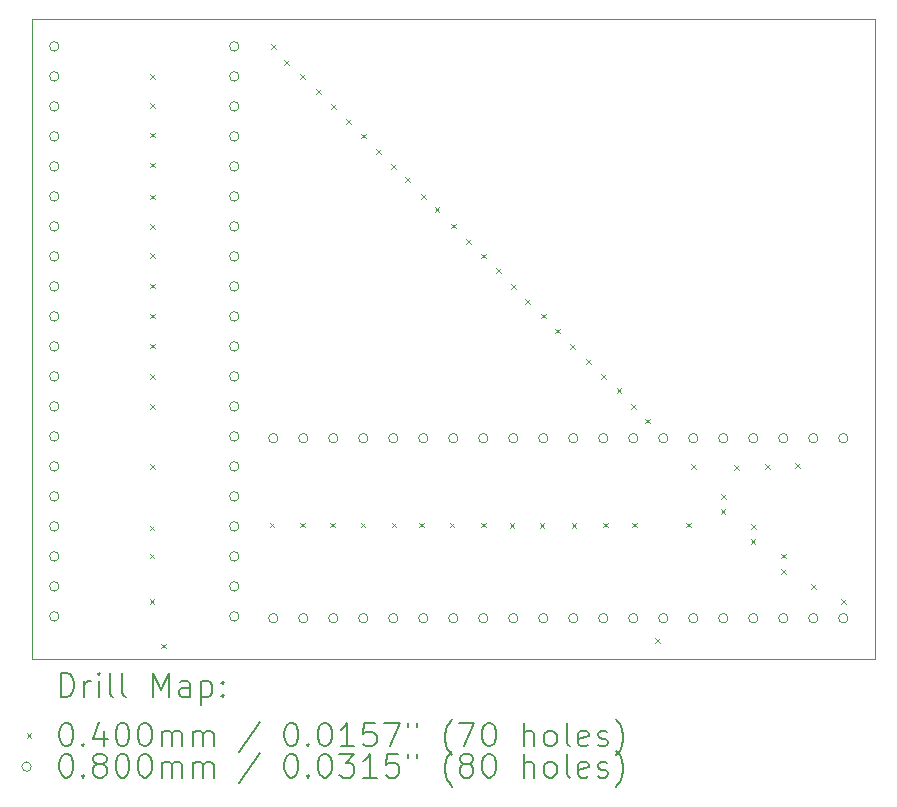
<source format=gbr>
%TF.GenerationSoftware,KiCad,Pcbnew,7.0.1-0*%
%TF.CreationDate,2023-11-21T08:43:11-06:00*%
%TF.ProjectId,kawari_twist,7669635f-7477-4697-9374-65722e6b6963,rev?*%
%TF.SameCoordinates,Original*%
%TF.FileFunction,Drillmap*%
%TF.FilePolarity,Positive*%
%FSLAX45Y45*%
G04 Gerber Fmt 4.5, Leading zero omitted, Abs format (unit mm)*
G04 Created by KiCad (PCBNEW 7.0.1-0) date 2023-11-21 08:43:11*
%MOMM*%
%LPD*%
G01*
G04 APERTURE LIST*
%ADD10C,0.100000*%
%ADD11C,0.200000*%
%ADD12C,0.040000*%
%ADD13C,0.080000*%
G04 APERTURE END LIST*
D10*
X8799200Y-4900000D02*
X15938880Y-4900000D01*
X15938880Y-10320000D01*
X8799200Y-10320000D01*
X8799200Y-4900000D01*
D11*
D12*
X9797100Y-9187500D02*
X9837100Y-9227500D01*
X9837100Y-9187500D02*
X9797100Y-9227500D01*
X9797100Y-9426260D02*
X9837100Y-9466260D01*
X9837100Y-9426260D02*
X9797100Y-9466260D01*
X9797100Y-9809800D02*
X9837100Y-9849800D01*
X9837100Y-9809800D02*
X9797100Y-9849800D01*
X9798440Y-8667080D02*
X9838440Y-8707080D01*
X9838440Y-8667080D02*
X9798440Y-8707080D01*
X9799640Y-5364800D02*
X9839640Y-5404800D01*
X9839640Y-5364800D02*
X9799640Y-5404800D01*
X9799640Y-5613720D02*
X9839640Y-5653720D01*
X9839640Y-5613720D02*
X9799640Y-5653720D01*
X9799640Y-5860100D02*
X9839640Y-5900100D01*
X9839640Y-5860100D02*
X9799640Y-5900100D01*
X9799640Y-6114100D02*
X9839640Y-6154100D01*
X9839640Y-6114100D02*
X9799640Y-6154100D01*
X9799640Y-6385880D02*
X9839640Y-6425880D01*
X9839640Y-6385880D02*
X9799640Y-6425880D01*
X9799640Y-6637340D02*
X9839640Y-6677340D01*
X9839640Y-6637340D02*
X9799640Y-6677340D01*
X9799640Y-6881180D02*
X9839640Y-6921180D01*
X9839640Y-6881180D02*
X9799640Y-6921180D01*
X9799640Y-7140260D02*
X9839640Y-7180260D01*
X9839640Y-7140260D02*
X9799640Y-7180260D01*
X9799640Y-7394260D02*
X9839640Y-7434260D01*
X9839640Y-7394260D02*
X9799640Y-7434260D01*
X9799640Y-7648260D02*
X9839640Y-7688260D01*
X9839640Y-7648260D02*
X9799640Y-7688260D01*
X9799640Y-7904800D02*
X9839640Y-7944800D01*
X9839640Y-7904800D02*
X9799640Y-7944800D01*
X9799640Y-8161340D02*
X9839640Y-8201340D01*
X9839640Y-8161340D02*
X9799640Y-8201340D01*
X9896160Y-10188260D02*
X9936160Y-10228260D01*
X9936160Y-10188260D02*
X9896160Y-10228260D01*
X10813100Y-9162100D02*
X10853100Y-9202100D01*
X10853100Y-9162100D02*
X10813100Y-9202100D01*
X10823260Y-5110800D02*
X10863260Y-5150800D01*
X10863260Y-5110800D02*
X10823260Y-5150800D01*
X10936360Y-5245700D02*
X10976360Y-5285700D01*
X10976360Y-5245700D02*
X10936360Y-5285700D01*
X11068440Y-5365080D02*
X11108440Y-5405080D01*
X11108440Y-5365080D02*
X11068440Y-5405080D01*
X11069640Y-9162100D02*
X11109640Y-9202100D01*
X11109640Y-9162100D02*
X11069640Y-9202100D01*
X11203060Y-5494620D02*
X11243060Y-5534620D01*
X11243060Y-5494620D02*
X11203060Y-5534620D01*
X11323640Y-9162100D02*
X11363640Y-9202100D01*
X11363640Y-9162100D02*
X11323640Y-9202100D01*
X11330060Y-5621620D02*
X11370060Y-5661620D01*
X11370060Y-5621620D02*
X11330060Y-5661620D01*
X11458260Y-5745800D02*
X11498260Y-5785800D01*
X11498260Y-5745800D02*
X11458260Y-5785800D01*
X11582720Y-9162100D02*
X11622720Y-9202100D01*
X11622720Y-9162100D02*
X11582720Y-9202100D01*
X11584060Y-5870540D02*
X11624060Y-5910540D01*
X11624060Y-5870540D02*
X11584060Y-5910540D01*
X11712260Y-5999800D02*
X11752260Y-6039800D01*
X11752260Y-5999800D02*
X11712260Y-6039800D01*
X11838060Y-6127080D02*
X11878060Y-6167080D01*
X11878060Y-6127080D02*
X11838060Y-6167080D01*
X11844340Y-9162100D02*
X11884340Y-9202100D01*
X11884340Y-9162100D02*
X11844340Y-9202100D01*
X11957440Y-6238840D02*
X11997440Y-6278840D01*
X11997440Y-6238840D02*
X11957440Y-6278840D01*
X12080560Y-9162100D02*
X12120560Y-9202100D01*
X12120560Y-9162100D02*
X12080560Y-9202100D01*
X12092060Y-6381080D02*
X12132060Y-6421080D01*
X12132060Y-6381080D02*
X12092060Y-6421080D01*
X12208900Y-6490300D02*
X12248900Y-6530300D01*
X12248900Y-6490300D02*
X12208900Y-6530300D01*
X12337100Y-9162100D02*
X12377100Y-9202100D01*
X12377100Y-9162100D02*
X12337100Y-9202100D01*
X12348600Y-6632540D02*
X12388600Y-6672540D01*
X12388600Y-6632540D02*
X12348600Y-6672540D01*
X12474260Y-6761800D02*
X12514260Y-6801800D01*
X12514260Y-6761800D02*
X12474260Y-6801800D01*
X12601260Y-9162100D02*
X12641260Y-9202100D01*
X12641260Y-9162100D02*
X12601260Y-9202100D01*
X12602600Y-6886540D02*
X12642600Y-6926540D01*
X12642600Y-6886540D02*
X12602600Y-6926540D01*
X12727060Y-7005920D02*
X12767060Y-7045920D01*
X12767060Y-7005920D02*
X12727060Y-7045920D01*
X12845100Y-9164640D02*
X12885100Y-9204640D01*
X12885100Y-9164640D02*
X12845100Y-9204640D01*
X12854060Y-7143080D02*
X12894060Y-7183080D01*
X12894060Y-7143080D02*
X12854060Y-7183080D01*
X12978520Y-7270080D02*
X13018520Y-7310080D01*
X13018520Y-7270080D02*
X12978520Y-7310080D01*
X13099100Y-9164640D02*
X13139100Y-9204640D01*
X13139100Y-9164640D02*
X13099100Y-9204640D01*
X13108060Y-7394540D02*
X13148060Y-7434540D01*
X13148060Y-7394540D02*
X13108060Y-7434540D01*
X13229980Y-7521540D02*
X13269980Y-7561540D01*
X13269980Y-7521540D02*
X13229980Y-7561540D01*
X13359520Y-7651080D02*
X13399520Y-7691080D01*
X13399520Y-7651080D02*
X13359520Y-7691080D01*
X13368340Y-9164640D02*
X13408340Y-9204640D01*
X13408340Y-9164640D02*
X13368340Y-9204640D01*
X13494140Y-7778080D02*
X13534140Y-7818080D01*
X13534140Y-7778080D02*
X13494140Y-7818080D01*
X13616060Y-7907620D02*
X13656060Y-7947620D01*
X13656060Y-7907620D02*
X13616060Y-7947620D01*
X13635040Y-9162100D02*
X13675040Y-9202100D01*
X13675040Y-9162100D02*
X13635040Y-9202100D01*
X13750680Y-8021920D02*
X13790680Y-8061920D01*
X13790680Y-8021920D02*
X13750680Y-8061920D01*
X13872600Y-8159080D02*
X13912600Y-8199080D01*
X13912600Y-8159080D02*
X13872600Y-8199080D01*
X13883960Y-9162100D02*
X13923960Y-9202100D01*
X13923960Y-9162100D02*
X13883960Y-9202100D01*
X13989440Y-8283540D02*
X14029440Y-8323540D01*
X14029440Y-8283540D02*
X13989440Y-8323540D01*
X14074460Y-10142540D02*
X14114460Y-10182540D01*
X14114460Y-10142540D02*
X14074460Y-10182540D01*
X14336080Y-9162100D02*
X14376080Y-9202100D01*
X14376080Y-9162100D02*
X14336080Y-9202100D01*
X14380600Y-8667080D02*
X14420600Y-8707080D01*
X14420600Y-8667080D02*
X14380600Y-8707080D01*
X14630720Y-9047800D02*
X14670720Y-9087800D01*
X14670720Y-9047800D02*
X14630720Y-9087800D01*
X14632060Y-8921080D02*
X14672060Y-8961080D01*
X14672060Y-8921080D02*
X14632060Y-8961080D01*
X14747560Y-8676960D02*
X14787560Y-8716960D01*
X14787560Y-8676960D02*
X14747560Y-8716960D01*
X14884720Y-9301800D02*
X14924720Y-9341800D01*
X14924720Y-9301800D02*
X14884720Y-9341800D01*
X14886060Y-9175080D02*
X14926060Y-9215080D01*
X14926060Y-9175080D02*
X14886060Y-9215080D01*
X15009180Y-8669340D02*
X15049180Y-8709340D01*
X15049180Y-8669340D02*
X15009180Y-8709340D01*
X15140060Y-9426540D02*
X15180060Y-9466540D01*
X15180060Y-9426540D02*
X15140060Y-9466540D01*
X15140060Y-9555800D02*
X15180060Y-9595800D01*
X15180060Y-9555800D02*
X15140060Y-9595800D01*
X15263180Y-8661720D02*
X15303180Y-8701720D01*
X15303180Y-8661720D02*
X15263180Y-8701720D01*
X15396600Y-9683080D02*
X15436600Y-9723080D01*
X15436600Y-9683080D02*
X15396600Y-9723080D01*
X15649260Y-9808040D02*
X15689260Y-9848040D01*
X15689260Y-9808040D02*
X15649260Y-9848040D01*
D13*
X9029060Y-5130800D02*
G75*
G03*
X9029060Y-5130800I-40000J0D01*
G01*
X9029060Y-5384800D02*
G75*
G03*
X9029060Y-5384800I-40000J0D01*
G01*
X9029060Y-5638800D02*
G75*
G03*
X9029060Y-5638800I-40000J0D01*
G01*
X9029060Y-5892800D02*
G75*
G03*
X9029060Y-5892800I-40000J0D01*
G01*
X9029060Y-6146800D02*
G75*
G03*
X9029060Y-6146800I-40000J0D01*
G01*
X9029060Y-6400800D02*
G75*
G03*
X9029060Y-6400800I-40000J0D01*
G01*
X9029060Y-6654800D02*
G75*
G03*
X9029060Y-6654800I-40000J0D01*
G01*
X9029060Y-6908800D02*
G75*
G03*
X9029060Y-6908800I-40000J0D01*
G01*
X9029060Y-7162800D02*
G75*
G03*
X9029060Y-7162800I-40000J0D01*
G01*
X9029060Y-7416800D02*
G75*
G03*
X9029060Y-7416800I-40000J0D01*
G01*
X9029060Y-7670800D02*
G75*
G03*
X9029060Y-7670800I-40000J0D01*
G01*
X9029060Y-7924800D02*
G75*
G03*
X9029060Y-7924800I-40000J0D01*
G01*
X9029060Y-8178800D02*
G75*
G03*
X9029060Y-8178800I-40000J0D01*
G01*
X9029060Y-8432800D02*
G75*
G03*
X9029060Y-8432800I-40000J0D01*
G01*
X9029060Y-8686800D02*
G75*
G03*
X9029060Y-8686800I-40000J0D01*
G01*
X9029060Y-8940800D02*
G75*
G03*
X9029060Y-8940800I-40000J0D01*
G01*
X9029060Y-9194800D02*
G75*
G03*
X9029060Y-9194800I-40000J0D01*
G01*
X9029060Y-9448800D02*
G75*
G03*
X9029060Y-9448800I-40000J0D01*
G01*
X9029060Y-9702800D02*
G75*
G03*
X9029060Y-9702800I-40000J0D01*
G01*
X9029060Y-9956800D02*
G75*
G03*
X9029060Y-9956800I-40000J0D01*
G01*
X10553060Y-5130800D02*
G75*
G03*
X10553060Y-5130800I-40000J0D01*
G01*
X10553060Y-5384800D02*
G75*
G03*
X10553060Y-5384800I-40000J0D01*
G01*
X10553060Y-5638800D02*
G75*
G03*
X10553060Y-5638800I-40000J0D01*
G01*
X10553060Y-5892800D02*
G75*
G03*
X10553060Y-5892800I-40000J0D01*
G01*
X10553060Y-6146800D02*
G75*
G03*
X10553060Y-6146800I-40000J0D01*
G01*
X10553060Y-6400800D02*
G75*
G03*
X10553060Y-6400800I-40000J0D01*
G01*
X10553060Y-6654800D02*
G75*
G03*
X10553060Y-6654800I-40000J0D01*
G01*
X10553060Y-6908800D02*
G75*
G03*
X10553060Y-6908800I-40000J0D01*
G01*
X10553060Y-7162800D02*
G75*
G03*
X10553060Y-7162800I-40000J0D01*
G01*
X10553060Y-7416800D02*
G75*
G03*
X10553060Y-7416800I-40000J0D01*
G01*
X10553060Y-7670800D02*
G75*
G03*
X10553060Y-7670800I-40000J0D01*
G01*
X10553060Y-7924800D02*
G75*
G03*
X10553060Y-7924800I-40000J0D01*
G01*
X10553060Y-8178800D02*
G75*
G03*
X10553060Y-8178800I-40000J0D01*
G01*
X10553060Y-8432800D02*
G75*
G03*
X10553060Y-8432800I-40000J0D01*
G01*
X10553060Y-8686800D02*
G75*
G03*
X10553060Y-8686800I-40000J0D01*
G01*
X10553060Y-8940800D02*
G75*
G03*
X10553060Y-8940800I-40000J0D01*
G01*
X10553060Y-9194800D02*
G75*
G03*
X10553060Y-9194800I-40000J0D01*
G01*
X10553060Y-9448800D02*
G75*
G03*
X10553060Y-9448800I-40000J0D01*
G01*
X10553060Y-9702800D02*
G75*
G03*
X10553060Y-9702800I-40000J0D01*
G01*
X10553060Y-9956800D02*
G75*
G03*
X10553060Y-9956800I-40000J0D01*
G01*
X10883260Y-8448040D02*
G75*
G03*
X10883260Y-8448040I-40000J0D01*
G01*
X10883260Y-9972040D02*
G75*
G03*
X10883260Y-9972040I-40000J0D01*
G01*
X11137260Y-8448040D02*
G75*
G03*
X11137260Y-8448040I-40000J0D01*
G01*
X11137260Y-9972040D02*
G75*
G03*
X11137260Y-9972040I-40000J0D01*
G01*
X11391260Y-8448040D02*
G75*
G03*
X11391260Y-8448040I-40000J0D01*
G01*
X11391260Y-9972040D02*
G75*
G03*
X11391260Y-9972040I-40000J0D01*
G01*
X11645260Y-8448040D02*
G75*
G03*
X11645260Y-8448040I-40000J0D01*
G01*
X11645260Y-9972040D02*
G75*
G03*
X11645260Y-9972040I-40000J0D01*
G01*
X11899260Y-8448040D02*
G75*
G03*
X11899260Y-8448040I-40000J0D01*
G01*
X11899260Y-9972040D02*
G75*
G03*
X11899260Y-9972040I-40000J0D01*
G01*
X12153260Y-8448040D02*
G75*
G03*
X12153260Y-8448040I-40000J0D01*
G01*
X12153260Y-9972040D02*
G75*
G03*
X12153260Y-9972040I-40000J0D01*
G01*
X12407260Y-8448040D02*
G75*
G03*
X12407260Y-8448040I-40000J0D01*
G01*
X12407260Y-9972040D02*
G75*
G03*
X12407260Y-9972040I-40000J0D01*
G01*
X12661260Y-8448040D02*
G75*
G03*
X12661260Y-8448040I-40000J0D01*
G01*
X12661260Y-9972040D02*
G75*
G03*
X12661260Y-9972040I-40000J0D01*
G01*
X12915260Y-8448040D02*
G75*
G03*
X12915260Y-8448040I-40000J0D01*
G01*
X12915260Y-9972040D02*
G75*
G03*
X12915260Y-9972040I-40000J0D01*
G01*
X13169260Y-8448040D02*
G75*
G03*
X13169260Y-8448040I-40000J0D01*
G01*
X13169260Y-9972040D02*
G75*
G03*
X13169260Y-9972040I-40000J0D01*
G01*
X13423260Y-8448040D02*
G75*
G03*
X13423260Y-8448040I-40000J0D01*
G01*
X13423260Y-9972040D02*
G75*
G03*
X13423260Y-9972040I-40000J0D01*
G01*
X13677260Y-8448040D02*
G75*
G03*
X13677260Y-8448040I-40000J0D01*
G01*
X13677260Y-9972040D02*
G75*
G03*
X13677260Y-9972040I-40000J0D01*
G01*
X13931260Y-8448040D02*
G75*
G03*
X13931260Y-8448040I-40000J0D01*
G01*
X13931260Y-9972040D02*
G75*
G03*
X13931260Y-9972040I-40000J0D01*
G01*
X14185260Y-8448040D02*
G75*
G03*
X14185260Y-8448040I-40000J0D01*
G01*
X14185260Y-9972040D02*
G75*
G03*
X14185260Y-9972040I-40000J0D01*
G01*
X14439260Y-8448040D02*
G75*
G03*
X14439260Y-8448040I-40000J0D01*
G01*
X14439260Y-9972040D02*
G75*
G03*
X14439260Y-9972040I-40000J0D01*
G01*
X14693260Y-8448040D02*
G75*
G03*
X14693260Y-8448040I-40000J0D01*
G01*
X14693260Y-9972040D02*
G75*
G03*
X14693260Y-9972040I-40000J0D01*
G01*
X14947260Y-8448040D02*
G75*
G03*
X14947260Y-8448040I-40000J0D01*
G01*
X14947260Y-9972040D02*
G75*
G03*
X14947260Y-9972040I-40000J0D01*
G01*
X15201260Y-8448040D02*
G75*
G03*
X15201260Y-8448040I-40000J0D01*
G01*
X15201260Y-9972040D02*
G75*
G03*
X15201260Y-9972040I-40000J0D01*
G01*
X15455260Y-8448040D02*
G75*
G03*
X15455260Y-8448040I-40000J0D01*
G01*
X15455260Y-9972040D02*
G75*
G03*
X15455260Y-9972040I-40000J0D01*
G01*
X15709260Y-8448040D02*
G75*
G03*
X15709260Y-8448040I-40000J0D01*
G01*
X15709260Y-9972040D02*
G75*
G03*
X15709260Y-9972040I-40000J0D01*
G01*
D11*
X9041819Y-10637524D02*
X9041819Y-10437524D01*
X9041819Y-10437524D02*
X9089438Y-10437524D01*
X9089438Y-10437524D02*
X9118010Y-10447048D01*
X9118010Y-10447048D02*
X9137057Y-10466095D01*
X9137057Y-10466095D02*
X9146581Y-10485143D01*
X9146581Y-10485143D02*
X9156105Y-10523238D01*
X9156105Y-10523238D02*
X9156105Y-10551810D01*
X9156105Y-10551810D02*
X9146581Y-10589905D01*
X9146581Y-10589905D02*
X9137057Y-10608952D01*
X9137057Y-10608952D02*
X9118010Y-10628000D01*
X9118010Y-10628000D02*
X9089438Y-10637524D01*
X9089438Y-10637524D02*
X9041819Y-10637524D01*
X9241819Y-10637524D02*
X9241819Y-10504190D01*
X9241819Y-10542286D02*
X9251343Y-10523238D01*
X9251343Y-10523238D02*
X9260867Y-10513714D01*
X9260867Y-10513714D02*
X9279914Y-10504190D01*
X9279914Y-10504190D02*
X9298962Y-10504190D01*
X9365629Y-10637524D02*
X9365629Y-10504190D01*
X9365629Y-10437524D02*
X9356105Y-10447048D01*
X9356105Y-10447048D02*
X9365629Y-10456571D01*
X9365629Y-10456571D02*
X9375152Y-10447048D01*
X9375152Y-10447048D02*
X9365629Y-10437524D01*
X9365629Y-10437524D02*
X9365629Y-10456571D01*
X9489438Y-10637524D02*
X9470390Y-10628000D01*
X9470390Y-10628000D02*
X9460867Y-10608952D01*
X9460867Y-10608952D02*
X9460867Y-10437524D01*
X9594200Y-10637524D02*
X9575152Y-10628000D01*
X9575152Y-10628000D02*
X9565629Y-10608952D01*
X9565629Y-10608952D02*
X9565629Y-10437524D01*
X9822771Y-10637524D02*
X9822771Y-10437524D01*
X9822771Y-10437524D02*
X9889438Y-10580381D01*
X9889438Y-10580381D02*
X9956105Y-10437524D01*
X9956105Y-10437524D02*
X9956105Y-10637524D01*
X10137057Y-10637524D02*
X10137057Y-10532762D01*
X10137057Y-10532762D02*
X10127533Y-10513714D01*
X10127533Y-10513714D02*
X10108486Y-10504190D01*
X10108486Y-10504190D02*
X10070390Y-10504190D01*
X10070390Y-10504190D02*
X10051343Y-10513714D01*
X10137057Y-10628000D02*
X10118010Y-10637524D01*
X10118010Y-10637524D02*
X10070390Y-10637524D01*
X10070390Y-10637524D02*
X10051343Y-10628000D01*
X10051343Y-10628000D02*
X10041819Y-10608952D01*
X10041819Y-10608952D02*
X10041819Y-10589905D01*
X10041819Y-10589905D02*
X10051343Y-10570857D01*
X10051343Y-10570857D02*
X10070390Y-10561333D01*
X10070390Y-10561333D02*
X10118010Y-10561333D01*
X10118010Y-10561333D02*
X10137057Y-10551810D01*
X10232295Y-10504190D02*
X10232295Y-10704190D01*
X10232295Y-10513714D02*
X10251343Y-10504190D01*
X10251343Y-10504190D02*
X10289438Y-10504190D01*
X10289438Y-10504190D02*
X10308486Y-10513714D01*
X10308486Y-10513714D02*
X10318010Y-10523238D01*
X10318010Y-10523238D02*
X10327533Y-10542286D01*
X10327533Y-10542286D02*
X10327533Y-10599429D01*
X10327533Y-10599429D02*
X10318010Y-10618476D01*
X10318010Y-10618476D02*
X10308486Y-10628000D01*
X10308486Y-10628000D02*
X10289438Y-10637524D01*
X10289438Y-10637524D02*
X10251343Y-10637524D01*
X10251343Y-10637524D02*
X10232295Y-10628000D01*
X10413248Y-10618476D02*
X10422771Y-10628000D01*
X10422771Y-10628000D02*
X10413248Y-10637524D01*
X10413248Y-10637524D02*
X10403724Y-10628000D01*
X10403724Y-10628000D02*
X10413248Y-10618476D01*
X10413248Y-10618476D02*
X10413248Y-10637524D01*
X10413248Y-10513714D02*
X10422771Y-10523238D01*
X10422771Y-10523238D02*
X10413248Y-10532762D01*
X10413248Y-10532762D02*
X10403724Y-10523238D01*
X10403724Y-10523238D02*
X10413248Y-10513714D01*
X10413248Y-10513714D02*
X10413248Y-10532762D01*
D12*
X8754200Y-10945000D02*
X8794200Y-10985000D01*
X8794200Y-10945000D02*
X8754200Y-10985000D01*
D11*
X9079914Y-10857524D02*
X9098962Y-10857524D01*
X9098962Y-10857524D02*
X9118010Y-10867048D01*
X9118010Y-10867048D02*
X9127533Y-10876571D01*
X9127533Y-10876571D02*
X9137057Y-10895619D01*
X9137057Y-10895619D02*
X9146581Y-10933714D01*
X9146581Y-10933714D02*
X9146581Y-10981333D01*
X9146581Y-10981333D02*
X9137057Y-11019429D01*
X9137057Y-11019429D02*
X9127533Y-11038476D01*
X9127533Y-11038476D02*
X9118010Y-11048000D01*
X9118010Y-11048000D02*
X9098962Y-11057524D01*
X9098962Y-11057524D02*
X9079914Y-11057524D01*
X9079914Y-11057524D02*
X9060867Y-11048000D01*
X9060867Y-11048000D02*
X9051343Y-11038476D01*
X9051343Y-11038476D02*
X9041819Y-11019429D01*
X9041819Y-11019429D02*
X9032295Y-10981333D01*
X9032295Y-10981333D02*
X9032295Y-10933714D01*
X9032295Y-10933714D02*
X9041819Y-10895619D01*
X9041819Y-10895619D02*
X9051343Y-10876571D01*
X9051343Y-10876571D02*
X9060867Y-10867048D01*
X9060867Y-10867048D02*
X9079914Y-10857524D01*
X9232295Y-11038476D02*
X9241819Y-11048000D01*
X9241819Y-11048000D02*
X9232295Y-11057524D01*
X9232295Y-11057524D02*
X9222771Y-11048000D01*
X9222771Y-11048000D02*
X9232295Y-11038476D01*
X9232295Y-11038476D02*
X9232295Y-11057524D01*
X9413248Y-10924190D02*
X9413248Y-11057524D01*
X9365629Y-10848000D02*
X9318010Y-10990857D01*
X9318010Y-10990857D02*
X9441819Y-10990857D01*
X9556105Y-10857524D02*
X9575152Y-10857524D01*
X9575152Y-10857524D02*
X9594200Y-10867048D01*
X9594200Y-10867048D02*
X9603724Y-10876571D01*
X9603724Y-10876571D02*
X9613248Y-10895619D01*
X9613248Y-10895619D02*
X9622771Y-10933714D01*
X9622771Y-10933714D02*
X9622771Y-10981333D01*
X9622771Y-10981333D02*
X9613248Y-11019429D01*
X9613248Y-11019429D02*
X9603724Y-11038476D01*
X9603724Y-11038476D02*
X9594200Y-11048000D01*
X9594200Y-11048000D02*
X9575152Y-11057524D01*
X9575152Y-11057524D02*
X9556105Y-11057524D01*
X9556105Y-11057524D02*
X9537057Y-11048000D01*
X9537057Y-11048000D02*
X9527533Y-11038476D01*
X9527533Y-11038476D02*
X9518010Y-11019429D01*
X9518010Y-11019429D02*
X9508486Y-10981333D01*
X9508486Y-10981333D02*
X9508486Y-10933714D01*
X9508486Y-10933714D02*
X9518010Y-10895619D01*
X9518010Y-10895619D02*
X9527533Y-10876571D01*
X9527533Y-10876571D02*
X9537057Y-10867048D01*
X9537057Y-10867048D02*
X9556105Y-10857524D01*
X9746581Y-10857524D02*
X9765629Y-10857524D01*
X9765629Y-10857524D02*
X9784676Y-10867048D01*
X9784676Y-10867048D02*
X9794200Y-10876571D01*
X9794200Y-10876571D02*
X9803724Y-10895619D01*
X9803724Y-10895619D02*
X9813248Y-10933714D01*
X9813248Y-10933714D02*
X9813248Y-10981333D01*
X9813248Y-10981333D02*
X9803724Y-11019429D01*
X9803724Y-11019429D02*
X9794200Y-11038476D01*
X9794200Y-11038476D02*
X9784676Y-11048000D01*
X9784676Y-11048000D02*
X9765629Y-11057524D01*
X9765629Y-11057524D02*
X9746581Y-11057524D01*
X9746581Y-11057524D02*
X9727533Y-11048000D01*
X9727533Y-11048000D02*
X9718010Y-11038476D01*
X9718010Y-11038476D02*
X9708486Y-11019429D01*
X9708486Y-11019429D02*
X9698962Y-10981333D01*
X9698962Y-10981333D02*
X9698962Y-10933714D01*
X9698962Y-10933714D02*
X9708486Y-10895619D01*
X9708486Y-10895619D02*
X9718010Y-10876571D01*
X9718010Y-10876571D02*
X9727533Y-10867048D01*
X9727533Y-10867048D02*
X9746581Y-10857524D01*
X9898962Y-11057524D02*
X9898962Y-10924190D01*
X9898962Y-10943238D02*
X9908486Y-10933714D01*
X9908486Y-10933714D02*
X9927533Y-10924190D01*
X9927533Y-10924190D02*
X9956105Y-10924190D01*
X9956105Y-10924190D02*
X9975152Y-10933714D01*
X9975152Y-10933714D02*
X9984676Y-10952762D01*
X9984676Y-10952762D02*
X9984676Y-11057524D01*
X9984676Y-10952762D02*
X9994200Y-10933714D01*
X9994200Y-10933714D02*
X10013248Y-10924190D01*
X10013248Y-10924190D02*
X10041819Y-10924190D01*
X10041819Y-10924190D02*
X10060867Y-10933714D01*
X10060867Y-10933714D02*
X10070391Y-10952762D01*
X10070391Y-10952762D02*
X10070391Y-11057524D01*
X10165629Y-11057524D02*
X10165629Y-10924190D01*
X10165629Y-10943238D02*
X10175152Y-10933714D01*
X10175152Y-10933714D02*
X10194200Y-10924190D01*
X10194200Y-10924190D02*
X10222772Y-10924190D01*
X10222772Y-10924190D02*
X10241819Y-10933714D01*
X10241819Y-10933714D02*
X10251343Y-10952762D01*
X10251343Y-10952762D02*
X10251343Y-11057524D01*
X10251343Y-10952762D02*
X10260867Y-10933714D01*
X10260867Y-10933714D02*
X10279914Y-10924190D01*
X10279914Y-10924190D02*
X10308486Y-10924190D01*
X10308486Y-10924190D02*
X10327533Y-10933714D01*
X10327533Y-10933714D02*
X10337057Y-10952762D01*
X10337057Y-10952762D02*
X10337057Y-11057524D01*
X10727533Y-10848000D02*
X10556105Y-11105143D01*
X10984676Y-10857524D02*
X11003724Y-10857524D01*
X11003724Y-10857524D02*
X11022772Y-10867048D01*
X11022772Y-10867048D02*
X11032295Y-10876571D01*
X11032295Y-10876571D02*
X11041819Y-10895619D01*
X11041819Y-10895619D02*
X11051343Y-10933714D01*
X11051343Y-10933714D02*
X11051343Y-10981333D01*
X11051343Y-10981333D02*
X11041819Y-11019429D01*
X11041819Y-11019429D02*
X11032295Y-11038476D01*
X11032295Y-11038476D02*
X11022772Y-11048000D01*
X11022772Y-11048000D02*
X11003724Y-11057524D01*
X11003724Y-11057524D02*
X10984676Y-11057524D01*
X10984676Y-11057524D02*
X10965629Y-11048000D01*
X10965629Y-11048000D02*
X10956105Y-11038476D01*
X10956105Y-11038476D02*
X10946581Y-11019429D01*
X10946581Y-11019429D02*
X10937057Y-10981333D01*
X10937057Y-10981333D02*
X10937057Y-10933714D01*
X10937057Y-10933714D02*
X10946581Y-10895619D01*
X10946581Y-10895619D02*
X10956105Y-10876571D01*
X10956105Y-10876571D02*
X10965629Y-10867048D01*
X10965629Y-10867048D02*
X10984676Y-10857524D01*
X11137057Y-11038476D02*
X11146581Y-11048000D01*
X11146581Y-11048000D02*
X11137057Y-11057524D01*
X11137057Y-11057524D02*
X11127534Y-11048000D01*
X11127534Y-11048000D02*
X11137057Y-11038476D01*
X11137057Y-11038476D02*
X11137057Y-11057524D01*
X11270391Y-10857524D02*
X11289438Y-10857524D01*
X11289438Y-10857524D02*
X11308486Y-10867048D01*
X11308486Y-10867048D02*
X11318010Y-10876571D01*
X11318010Y-10876571D02*
X11327533Y-10895619D01*
X11327533Y-10895619D02*
X11337057Y-10933714D01*
X11337057Y-10933714D02*
X11337057Y-10981333D01*
X11337057Y-10981333D02*
X11327533Y-11019429D01*
X11327533Y-11019429D02*
X11318010Y-11038476D01*
X11318010Y-11038476D02*
X11308486Y-11048000D01*
X11308486Y-11048000D02*
X11289438Y-11057524D01*
X11289438Y-11057524D02*
X11270391Y-11057524D01*
X11270391Y-11057524D02*
X11251343Y-11048000D01*
X11251343Y-11048000D02*
X11241819Y-11038476D01*
X11241819Y-11038476D02*
X11232295Y-11019429D01*
X11232295Y-11019429D02*
X11222772Y-10981333D01*
X11222772Y-10981333D02*
X11222772Y-10933714D01*
X11222772Y-10933714D02*
X11232295Y-10895619D01*
X11232295Y-10895619D02*
X11241819Y-10876571D01*
X11241819Y-10876571D02*
X11251343Y-10867048D01*
X11251343Y-10867048D02*
X11270391Y-10857524D01*
X11527533Y-11057524D02*
X11413248Y-11057524D01*
X11470391Y-11057524D02*
X11470391Y-10857524D01*
X11470391Y-10857524D02*
X11451343Y-10886095D01*
X11451343Y-10886095D02*
X11432295Y-10905143D01*
X11432295Y-10905143D02*
X11413248Y-10914667D01*
X11708486Y-10857524D02*
X11613248Y-10857524D01*
X11613248Y-10857524D02*
X11603724Y-10952762D01*
X11603724Y-10952762D02*
X11613248Y-10943238D01*
X11613248Y-10943238D02*
X11632295Y-10933714D01*
X11632295Y-10933714D02*
X11679914Y-10933714D01*
X11679914Y-10933714D02*
X11698962Y-10943238D01*
X11698962Y-10943238D02*
X11708486Y-10952762D01*
X11708486Y-10952762D02*
X11718010Y-10971810D01*
X11718010Y-10971810D02*
X11718010Y-11019429D01*
X11718010Y-11019429D02*
X11708486Y-11038476D01*
X11708486Y-11038476D02*
X11698962Y-11048000D01*
X11698962Y-11048000D02*
X11679914Y-11057524D01*
X11679914Y-11057524D02*
X11632295Y-11057524D01*
X11632295Y-11057524D02*
X11613248Y-11048000D01*
X11613248Y-11048000D02*
X11603724Y-11038476D01*
X11784676Y-10857524D02*
X11918010Y-10857524D01*
X11918010Y-10857524D02*
X11832295Y-11057524D01*
X11984676Y-10857524D02*
X11984676Y-10895619D01*
X12060867Y-10857524D02*
X12060867Y-10895619D01*
X12356105Y-11133714D02*
X12346581Y-11124190D01*
X12346581Y-11124190D02*
X12327534Y-11095619D01*
X12327534Y-11095619D02*
X12318010Y-11076571D01*
X12318010Y-11076571D02*
X12308486Y-11048000D01*
X12308486Y-11048000D02*
X12298962Y-11000381D01*
X12298962Y-11000381D02*
X12298962Y-10962286D01*
X12298962Y-10962286D02*
X12308486Y-10914667D01*
X12308486Y-10914667D02*
X12318010Y-10886095D01*
X12318010Y-10886095D02*
X12327534Y-10867048D01*
X12327534Y-10867048D02*
X12346581Y-10838476D01*
X12346581Y-10838476D02*
X12356105Y-10828952D01*
X12413248Y-10857524D02*
X12546581Y-10857524D01*
X12546581Y-10857524D02*
X12460867Y-11057524D01*
X12660867Y-10857524D02*
X12679915Y-10857524D01*
X12679915Y-10857524D02*
X12698962Y-10867048D01*
X12698962Y-10867048D02*
X12708486Y-10876571D01*
X12708486Y-10876571D02*
X12718010Y-10895619D01*
X12718010Y-10895619D02*
X12727534Y-10933714D01*
X12727534Y-10933714D02*
X12727534Y-10981333D01*
X12727534Y-10981333D02*
X12718010Y-11019429D01*
X12718010Y-11019429D02*
X12708486Y-11038476D01*
X12708486Y-11038476D02*
X12698962Y-11048000D01*
X12698962Y-11048000D02*
X12679915Y-11057524D01*
X12679915Y-11057524D02*
X12660867Y-11057524D01*
X12660867Y-11057524D02*
X12641819Y-11048000D01*
X12641819Y-11048000D02*
X12632295Y-11038476D01*
X12632295Y-11038476D02*
X12622772Y-11019429D01*
X12622772Y-11019429D02*
X12613248Y-10981333D01*
X12613248Y-10981333D02*
X12613248Y-10933714D01*
X12613248Y-10933714D02*
X12622772Y-10895619D01*
X12622772Y-10895619D02*
X12632295Y-10876571D01*
X12632295Y-10876571D02*
X12641819Y-10867048D01*
X12641819Y-10867048D02*
X12660867Y-10857524D01*
X12965629Y-11057524D02*
X12965629Y-10857524D01*
X13051343Y-11057524D02*
X13051343Y-10952762D01*
X13051343Y-10952762D02*
X13041819Y-10933714D01*
X13041819Y-10933714D02*
X13022772Y-10924190D01*
X13022772Y-10924190D02*
X12994200Y-10924190D01*
X12994200Y-10924190D02*
X12975153Y-10933714D01*
X12975153Y-10933714D02*
X12965629Y-10943238D01*
X13175153Y-11057524D02*
X13156105Y-11048000D01*
X13156105Y-11048000D02*
X13146581Y-11038476D01*
X13146581Y-11038476D02*
X13137057Y-11019429D01*
X13137057Y-11019429D02*
X13137057Y-10962286D01*
X13137057Y-10962286D02*
X13146581Y-10943238D01*
X13146581Y-10943238D02*
X13156105Y-10933714D01*
X13156105Y-10933714D02*
X13175153Y-10924190D01*
X13175153Y-10924190D02*
X13203724Y-10924190D01*
X13203724Y-10924190D02*
X13222772Y-10933714D01*
X13222772Y-10933714D02*
X13232296Y-10943238D01*
X13232296Y-10943238D02*
X13241819Y-10962286D01*
X13241819Y-10962286D02*
X13241819Y-11019429D01*
X13241819Y-11019429D02*
X13232296Y-11038476D01*
X13232296Y-11038476D02*
X13222772Y-11048000D01*
X13222772Y-11048000D02*
X13203724Y-11057524D01*
X13203724Y-11057524D02*
X13175153Y-11057524D01*
X13356105Y-11057524D02*
X13337057Y-11048000D01*
X13337057Y-11048000D02*
X13327534Y-11028952D01*
X13327534Y-11028952D02*
X13327534Y-10857524D01*
X13508486Y-11048000D02*
X13489438Y-11057524D01*
X13489438Y-11057524D02*
X13451343Y-11057524D01*
X13451343Y-11057524D02*
X13432296Y-11048000D01*
X13432296Y-11048000D02*
X13422772Y-11028952D01*
X13422772Y-11028952D02*
X13422772Y-10952762D01*
X13422772Y-10952762D02*
X13432296Y-10933714D01*
X13432296Y-10933714D02*
X13451343Y-10924190D01*
X13451343Y-10924190D02*
X13489438Y-10924190D01*
X13489438Y-10924190D02*
X13508486Y-10933714D01*
X13508486Y-10933714D02*
X13518010Y-10952762D01*
X13518010Y-10952762D02*
X13518010Y-10971810D01*
X13518010Y-10971810D02*
X13422772Y-10990857D01*
X13594200Y-11048000D02*
X13613248Y-11057524D01*
X13613248Y-11057524D02*
X13651343Y-11057524D01*
X13651343Y-11057524D02*
X13670391Y-11048000D01*
X13670391Y-11048000D02*
X13679915Y-11028952D01*
X13679915Y-11028952D02*
X13679915Y-11019429D01*
X13679915Y-11019429D02*
X13670391Y-11000381D01*
X13670391Y-11000381D02*
X13651343Y-10990857D01*
X13651343Y-10990857D02*
X13622772Y-10990857D01*
X13622772Y-10990857D02*
X13603724Y-10981333D01*
X13603724Y-10981333D02*
X13594200Y-10962286D01*
X13594200Y-10962286D02*
X13594200Y-10952762D01*
X13594200Y-10952762D02*
X13603724Y-10933714D01*
X13603724Y-10933714D02*
X13622772Y-10924190D01*
X13622772Y-10924190D02*
X13651343Y-10924190D01*
X13651343Y-10924190D02*
X13670391Y-10933714D01*
X13746581Y-11133714D02*
X13756105Y-11124190D01*
X13756105Y-11124190D02*
X13775153Y-11095619D01*
X13775153Y-11095619D02*
X13784677Y-11076571D01*
X13784677Y-11076571D02*
X13794200Y-11048000D01*
X13794200Y-11048000D02*
X13803724Y-11000381D01*
X13803724Y-11000381D02*
X13803724Y-10962286D01*
X13803724Y-10962286D02*
X13794200Y-10914667D01*
X13794200Y-10914667D02*
X13784677Y-10886095D01*
X13784677Y-10886095D02*
X13775153Y-10867048D01*
X13775153Y-10867048D02*
X13756105Y-10838476D01*
X13756105Y-10838476D02*
X13746581Y-10828952D01*
D13*
X8794200Y-11229000D02*
G75*
G03*
X8794200Y-11229000I-40000J0D01*
G01*
D11*
X9079914Y-11121524D02*
X9098962Y-11121524D01*
X9098962Y-11121524D02*
X9118010Y-11131048D01*
X9118010Y-11131048D02*
X9127533Y-11140571D01*
X9127533Y-11140571D02*
X9137057Y-11159619D01*
X9137057Y-11159619D02*
X9146581Y-11197714D01*
X9146581Y-11197714D02*
X9146581Y-11245333D01*
X9146581Y-11245333D02*
X9137057Y-11283428D01*
X9137057Y-11283428D02*
X9127533Y-11302476D01*
X9127533Y-11302476D02*
X9118010Y-11312000D01*
X9118010Y-11312000D02*
X9098962Y-11321524D01*
X9098962Y-11321524D02*
X9079914Y-11321524D01*
X9079914Y-11321524D02*
X9060867Y-11312000D01*
X9060867Y-11312000D02*
X9051343Y-11302476D01*
X9051343Y-11302476D02*
X9041819Y-11283428D01*
X9041819Y-11283428D02*
X9032295Y-11245333D01*
X9032295Y-11245333D02*
X9032295Y-11197714D01*
X9032295Y-11197714D02*
X9041819Y-11159619D01*
X9041819Y-11159619D02*
X9051343Y-11140571D01*
X9051343Y-11140571D02*
X9060867Y-11131048D01*
X9060867Y-11131048D02*
X9079914Y-11121524D01*
X9232295Y-11302476D02*
X9241819Y-11312000D01*
X9241819Y-11312000D02*
X9232295Y-11321524D01*
X9232295Y-11321524D02*
X9222771Y-11312000D01*
X9222771Y-11312000D02*
X9232295Y-11302476D01*
X9232295Y-11302476D02*
X9232295Y-11321524D01*
X9356105Y-11207238D02*
X9337057Y-11197714D01*
X9337057Y-11197714D02*
X9327533Y-11188190D01*
X9327533Y-11188190D02*
X9318010Y-11169143D01*
X9318010Y-11169143D02*
X9318010Y-11159619D01*
X9318010Y-11159619D02*
X9327533Y-11140571D01*
X9327533Y-11140571D02*
X9337057Y-11131048D01*
X9337057Y-11131048D02*
X9356105Y-11121524D01*
X9356105Y-11121524D02*
X9394200Y-11121524D01*
X9394200Y-11121524D02*
X9413248Y-11131048D01*
X9413248Y-11131048D02*
X9422771Y-11140571D01*
X9422771Y-11140571D02*
X9432295Y-11159619D01*
X9432295Y-11159619D02*
X9432295Y-11169143D01*
X9432295Y-11169143D02*
X9422771Y-11188190D01*
X9422771Y-11188190D02*
X9413248Y-11197714D01*
X9413248Y-11197714D02*
X9394200Y-11207238D01*
X9394200Y-11207238D02*
X9356105Y-11207238D01*
X9356105Y-11207238D02*
X9337057Y-11216762D01*
X9337057Y-11216762D02*
X9327533Y-11226286D01*
X9327533Y-11226286D02*
X9318010Y-11245333D01*
X9318010Y-11245333D02*
X9318010Y-11283428D01*
X9318010Y-11283428D02*
X9327533Y-11302476D01*
X9327533Y-11302476D02*
X9337057Y-11312000D01*
X9337057Y-11312000D02*
X9356105Y-11321524D01*
X9356105Y-11321524D02*
X9394200Y-11321524D01*
X9394200Y-11321524D02*
X9413248Y-11312000D01*
X9413248Y-11312000D02*
X9422771Y-11302476D01*
X9422771Y-11302476D02*
X9432295Y-11283428D01*
X9432295Y-11283428D02*
X9432295Y-11245333D01*
X9432295Y-11245333D02*
X9422771Y-11226286D01*
X9422771Y-11226286D02*
X9413248Y-11216762D01*
X9413248Y-11216762D02*
X9394200Y-11207238D01*
X9556105Y-11121524D02*
X9575152Y-11121524D01*
X9575152Y-11121524D02*
X9594200Y-11131048D01*
X9594200Y-11131048D02*
X9603724Y-11140571D01*
X9603724Y-11140571D02*
X9613248Y-11159619D01*
X9613248Y-11159619D02*
X9622771Y-11197714D01*
X9622771Y-11197714D02*
X9622771Y-11245333D01*
X9622771Y-11245333D02*
X9613248Y-11283428D01*
X9613248Y-11283428D02*
X9603724Y-11302476D01*
X9603724Y-11302476D02*
X9594200Y-11312000D01*
X9594200Y-11312000D02*
X9575152Y-11321524D01*
X9575152Y-11321524D02*
X9556105Y-11321524D01*
X9556105Y-11321524D02*
X9537057Y-11312000D01*
X9537057Y-11312000D02*
X9527533Y-11302476D01*
X9527533Y-11302476D02*
X9518010Y-11283428D01*
X9518010Y-11283428D02*
X9508486Y-11245333D01*
X9508486Y-11245333D02*
X9508486Y-11197714D01*
X9508486Y-11197714D02*
X9518010Y-11159619D01*
X9518010Y-11159619D02*
X9527533Y-11140571D01*
X9527533Y-11140571D02*
X9537057Y-11131048D01*
X9537057Y-11131048D02*
X9556105Y-11121524D01*
X9746581Y-11121524D02*
X9765629Y-11121524D01*
X9765629Y-11121524D02*
X9784676Y-11131048D01*
X9784676Y-11131048D02*
X9794200Y-11140571D01*
X9794200Y-11140571D02*
X9803724Y-11159619D01*
X9803724Y-11159619D02*
X9813248Y-11197714D01*
X9813248Y-11197714D02*
X9813248Y-11245333D01*
X9813248Y-11245333D02*
X9803724Y-11283428D01*
X9803724Y-11283428D02*
X9794200Y-11302476D01*
X9794200Y-11302476D02*
X9784676Y-11312000D01*
X9784676Y-11312000D02*
X9765629Y-11321524D01*
X9765629Y-11321524D02*
X9746581Y-11321524D01*
X9746581Y-11321524D02*
X9727533Y-11312000D01*
X9727533Y-11312000D02*
X9718010Y-11302476D01*
X9718010Y-11302476D02*
X9708486Y-11283428D01*
X9708486Y-11283428D02*
X9698962Y-11245333D01*
X9698962Y-11245333D02*
X9698962Y-11197714D01*
X9698962Y-11197714D02*
X9708486Y-11159619D01*
X9708486Y-11159619D02*
X9718010Y-11140571D01*
X9718010Y-11140571D02*
X9727533Y-11131048D01*
X9727533Y-11131048D02*
X9746581Y-11121524D01*
X9898962Y-11321524D02*
X9898962Y-11188190D01*
X9898962Y-11207238D02*
X9908486Y-11197714D01*
X9908486Y-11197714D02*
X9927533Y-11188190D01*
X9927533Y-11188190D02*
X9956105Y-11188190D01*
X9956105Y-11188190D02*
X9975152Y-11197714D01*
X9975152Y-11197714D02*
X9984676Y-11216762D01*
X9984676Y-11216762D02*
X9984676Y-11321524D01*
X9984676Y-11216762D02*
X9994200Y-11197714D01*
X9994200Y-11197714D02*
X10013248Y-11188190D01*
X10013248Y-11188190D02*
X10041819Y-11188190D01*
X10041819Y-11188190D02*
X10060867Y-11197714D01*
X10060867Y-11197714D02*
X10070391Y-11216762D01*
X10070391Y-11216762D02*
X10070391Y-11321524D01*
X10165629Y-11321524D02*
X10165629Y-11188190D01*
X10165629Y-11207238D02*
X10175152Y-11197714D01*
X10175152Y-11197714D02*
X10194200Y-11188190D01*
X10194200Y-11188190D02*
X10222772Y-11188190D01*
X10222772Y-11188190D02*
X10241819Y-11197714D01*
X10241819Y-11197714D02*
X10251343Y-11216762D01*
X10251343Y-11216762D02*
X10251343Y-11321524D01*
X10251343Y-11216762D02*
X10260867Y-11197714D01*
X10260867Y-11197714D02*
X10279914Y-11188190D01*
X10279914Y-11188190D02*
X10308486Y-11188190D01*
X10308486Y-11188190D02*
X10327533Y-11197714D01*
X10327533Y-11197714D02*
X10337057Y-11216762D01*
X10337057Y-11216762D02*
X10337057Y-11321524D01*
X10727533Y-11112000D02*
X10556105Y-11369143D01*
X10984676Y-11121524D02*
X11003724Y-11121524D01*
X11003724Y-11121524D02*
X11022772Y-11131048D01*
X11022772Y-11131048D02*
X11032295Y-11140571D01*
X11032295Y-11140571D02*
X11041819Y-11159619D01*
X11041819Y-11159619D02*
X11051343Y-11197714D01*
X11051343Y-11197714D02*
X11051343Y-11245333D01*
X11051343Y-11245333D02*
X11041819Y-11283428D01*
X11041819Y-11283428D02*
X11032295Y-11302476D01*
X11032295Y-11302476D02*
X11022772Y-11312000D01*
X11022772Y-11312000D02*
X11003724Y-11321524D01*
X11003724Y-11321524D02*
X10984676Y-11321524D01*
X10984676Y-11321524D02*
X10965629Y-11312000D01*
X10965629Y-11312000D02*
X10956105Y-11302476D01*
X10956105Y-11302476D02*
X10946581Y-11283428D01*
X10946581Y-11283428D02*
X10937057Y-11245333D01*
X10937057Y-11245333D02*
X10937057Y-11197714D01*
X10937057Y-11197714D02*
X10946581Y-11159619D01*
X10946581Y-11159619D02*
X10956105Y-11140571D01*
X10956105Y-11140571D02*
X10965629Y-11131048D01*
X10965629Y-11131048D02*
X10984676Y-11121524D01*
X11137057Y-11302476D02*
X11146581Y-11312000D01*
X11146581Y-11312000D02*
X11137057Y-11321524D01*
X11137057Y-11321524D02*
X11127534Y-11312000D01*
X11127534Y-11312000D02*
X11137057Y-11302476D01*
X11137057Y-11302476D02*
X11137057Y-11321524D01*
X11270391Y-11121524D02*
X11289438Y-11121524D01*
X11289438Y-11121524D02*
X11308486Y-11131048D01*
X11308486Y-11131048D02*
X11318010Y-11140571D01*
X11318010Y-11140571D02*
X11327533Y-11159619D01*
X11327533Y-11159619D02*
X11337057Y-11197714D01*
X11337057Y-11197714D02*
X11337057Y-11245333D01*
X11337057Y-11245333D02*
X11327533Y-11283428D01*
X11327533Y-11283428D02*
X11318010Y-11302476D01*
X11318010Y-11302476D02*
X11308486Y-11312000D01*
X11308486Y-11312000D02*
X11289438Y-11321524D01*
X11289438Y-11321524D02*
X11270391Y-11321524D01*
X11270391Y-11321524D02*
X11251343Y-11312000D01*
X11251343Y-11312000D02*
X11241819Y-11302476D01*
X11241819Y-11302476D02*
X11232295Y-11283428D01*
X11232295Y-11283428D02*
X11222772Y-11245333D01*
X11222772Y-11245333D02*
X11222772Y-11197714D01*
X11222772Y-11197714D02*
X11232295Y-11159619D01*
X11232295Y-11159619D02*
X11241819Y-11140571D01*
X11241819Y-11140571D02*
X11251343Y-11131048D01*
X11251343Y-11131048D02*
X11270391Y-11121524D01*
X11403724Y-11121524D02*
X11527533Y-11121524D01*
X11527533Y-11121524D02*
X11460867Y-11197714D01*
X11460867Y-11197714D02*
X11489438Y-11197714D01*
X11489438Y-11197714D02*
X11508486Y-11207238D01*
X11508486Y-11207238D02*
X11518010Y-11216762D01*
X11518010Y-11216762D02*
X11527533Y-11235809D01*
X11527533Y-11235809D02*
X11527533Y-11283428D01*
X11527533Y-11283428D02*
X11518010Y-11302476D01*
X11518010Y-11302476D02*
X11508486Y-11312000D01*
X11508486Y-11312000D02*
X11489438Y-11321524D01*
X11489438Y-11321524D02*
X11432295Y-11321524D01*
X11432295Y-11321524D02*
X11413248Y-11312000D01*
X11413248Y-11312000D02*
X11403724Y-11302476D01*
X11718010Y-11321524D02*
X11603724Y-11321524D01*
X11660867Y-11321524D02*
X11660867Y-11121524D01*
X11660867Y-11121524D02*
X11641819Y-11150095D01*
X11641819Y-11150095D02*
X11622772Y-11169143D01*
X11622772Y-11169143D02*
X11603724Y-11178667D01*
X11898962Y-11121524D02*
X11803724Y-11121524D01*
X11803724Y-11121524D02*
X11794200Y-11216762D01*
X11794200Y-11216762D02*
X11803724Y-11207238D01*
X11803724Y-11207238D02*
X11822772Y-11197714D01*
X11822772Y-11197714D02*
X11870391Y-11197714D01*
X11870391Y-11197714D02*
X11889438Y-11207238D01*
X11889438Y-11207238D02*
X11898962Y-11216762D01*
X11898962Y-11216762D02*
X11908486Y-11235809D01*
X11908486Y-11235809D02*
X11908486Y-11283428D01*
X11908486Y-11283428D02*
X11898962Y-11302476D01*
X11898962Y-11302476D02*
X11889438Y-11312000D01*
X11889438Y-11312000D02*
X11870391Y-11321524D01*
X11870391Y-11321524D02*
X11822772Y-11321524D01*
X11822772Y-11321524D02*
X11803724Y-11312000D01*
X11803724Y-11312000D02*
X11794200Y-11302476D01*
X11984676Y-11121524D02*
X11984676Y-11159619D01*
X12060867Y-11121524D02*
X12060867Y-11159619D01*
X12356105Y-11397714D02*
X12346581Y-11388190D01*
X12346581Y-11388190D02*
X12327534Y-11359619D01*
X12327534Y-11359619D02*
X12318010Y-11340571D01*
X12318010Y-11340571D02*
X12308486Y-11312000D01*
X12308486Y-11312000D02*
X12298962Y-11264381D01*
X12298962Y-11264381D02*
X12298962Y-11226286D01*
X12298962Y-11226286D02*
X12308486Y-11178667D01*
X12308486Y-11178667D02*
X12318010Y-11150095D01*
X12318010Y-11150095D02*
X12327534Y-11131048D01*
X12327534Y-11131048D02*
X12346581Y-11102476D01*
X12346581Y-11102476D02*
X12356105Y-11092952D01*
X12460867Y-11207238D02*
X12441819Y-11197714D01*
X12441819Y-11197714D02*
X12432295Y-11188190D01*
X12432295Y-11188190D02*
X12422772Y-11169143D01*
X12422772Y-11169143D02*
X12422772Y-11159619D01*
X12422772Y-11159619D02*
X12432295Y-11140571D01*
X12432295Y-11140571D02*
X12441819Y-11131048D01*
X12441819Y-11131048D02*
X12460867Y-11121524D01*
X12460867Y-11121524D02*
X12498962Y-11121524D01*
X12498962Y-11121524D02*
X12518010Y-11131048D01*
X12518010Y-11131048D02*
X12527534Y-11140571D01*
X12527534Y-11140571D02*
X12537057Y-11159619D01*
X12537057Y-11159619D02*
X12537057Y-11169143D01*
X12537057Y-11169143D02*
X12527534Y-11188190D01*
X12527534Y-11188190D02*
X12518010Y-11197714D01*
X12518010Y-11197714D02*
X12498962Y-11207238D01*
X12498962Y-11207238D02*
X12460867Y-11207238D01*
X12460867Y-11207238D02*
X12441819Y-11216762D01*
X12441819Y-11216762D02*
X12432295Y-11226286D01*
X12432295Y-11226286D02*
X12422772Y-11245333D01*
X12422772Y-11245333D02*
X12422772Y-11283428D01*
X12422772Y-11283428D02*
X12432295Y-11302476D01*
X12432295Y-11302476D02*
X12441819Y-11312000D01*
X12441819Y-11312000D02*
X12460867Y-11321524D01*
X12460867Y-11321524D02*
X12498962Y-11321524D01*
X12498962Y-11321524D02*
X12518010Y-11312000D01*
X12518010Y-11312000D02*
X12527534Y-11302476D01*
X12527534Y-11302476D02*
X12537057Y-11283428D01*
X12537057Y-11283428D02*
X12537057Y-11245333D01*
X12537057Y-11245333D02*
X12527534Y-11226286D01*
X12527534Y-11226286D02*
X12518010Y-11216762D01*
X12518010Y-11216762D02*
X12498962Y-11207238D01*
X12660867Y-11121524D02*
X12679915Y-11121524D01*
X12679915Y-11121524D02*
X12698962Y-11131048D01*
X12698962Y-11131048D02*
X12708486Y-11140571D01*
X12708486Y-11140571D02*
X12718010Y-11159619D01*
X12718010Y-11159619D02*
X12727534Y-11197714D01*
X12727534Y-11197714D02*
X12727534Y-11245333D01*
X12727534Y-11245333D02*
X12718010Y-11283428D01*
X12718010Y-11283428D02*
X12708486Y-11302476D01*
X12708486Y-11302476D02*
X12698962Y-11312000D01*
X12698962Y-11312000D02*
X12679915Y-11321524D01*
X12679915Y-11321524D02*
X12660867Y-11321524D01*
X12660867Y-11321524D02*
X12641819Y-11312000D01*
X12641819Y-11312000D02*
X12632295Y-11302476D01*
X12632295Y-11302476D02*
X12622772Y-11283428D01*
X12622772Y-11283428D02*
X12613248Y-11245333D01*
X12613248Y-11245333D02*
X12613248Y-11197714D01*
X12613248Y-11197714D02*
X12622772Y-11159619D01*
X12622772Y-11159619D02*
X12632295Y-11140571D01*
X12632295Y-11140571D02*
X12641819Y-11131048D01*
X12641819Y-11131048D02*
X12660867Y-11121524D01*
X12965629Y-11321524D02*
X12965629Y-11121524D01*
X13051343Y-11321524D02*
X13051343Y-11216762D01*
X13051343Y-11216762D02*
X13041819Y-11197714D01*
X13041819Y-11197714D02*
X13022772Y-11188190D01*
X13022772Y-11188190D02*
X12994200Y-11188190D01*
X12994200Y-11188190D02*
X12975153Y-11197714D01*
X12975153Y-11197714D02*
X12965629Y-11207238D01*
X13175153Y-11321524D02*
X13156105Y-11312000D01*
X13156105Y-11312000D02*
X13146581Y-11302476D01*
X13146581Y-11302476D02*
X13137057Y-11283428D01*
X13137057Y-11283428D02*
X13137057Y-11226286D01*
X13137057Y-11226286D02*
X13146581Y-11207238D01*
X13146581Y-11207238D02*
X13156105Y-11197714D01*
X13156105Y-11197714D02*
X13175153Y-11188190D01*
X13175153Y-11188190D02*
X13203724Y-11188190D01*
X13203724Y-11188190D02*
X13222772Y-11197714D01*
X13222772Y-11197714D02*
X13232296Y-11207238D01*
X13232296Y-11207238D02*
X13241819Y-11226286D01*
X13241819Y-11226286D02*
X13241819Y-11283428D01*
X13241819Y-11283428D02*
X13232296Y-11302476D01*
X13232296Y-11302476D02*
X13222772Y-11312000D01*
X13222772Y-11312000D02*
X13203724Y-11321524D01*
X13203724Y-11321524D02*
X13175153Y-11321524D01*
X13356105Y-11321524D02*
X13337057Y-11312000D01*
X13337057Y-11312000D02*
X13327534Y-11292952D01*
X13327534Y-11292952D02*
X13327534Y-11121524D01*
X13508486Y-11312000D02*
X13489438Y-11321524D01*
X13489438Y-11321524D02*
X13451343Y-11321524D01*
X13451343Y-11321524D02*
X13432296Y-11312000D01*
X13432296Y-11312000D02*
X13422772Y-11292952D01*
X13422772Y-11292952D02*
X13422772Y-11216762D01*
X13422772Y-11216762D02*
X13432296Y-11197714D01*
X13432296Y-11197714D02*
X13451343Y-11188190D01*
X13451343Y-11188190D02*
X13489438Y-11188190D01*
X13489438Y-11188190D02*
X13508486Y-11197714D01*
X13508486Y-11197714D02*
X13518010Y-11216762D01*
X13518010Y-11216762D02*
X13518010Y-11235809D01*
X13518010Y-11235809D02*
X13422772Y-11254857D01*
X13594200Y-11312000D02*
X13613248Y-11321524D01*
X13613248Y-11321524D02*
X13651343Y-11321524D01*
X13651343Y-11321524D02*
X13670391Y-11312000D01*
X13670391Y-11312000D02*
X13679915Y-11292952D01*
X13679915Y-11292952D02*
X13679915Y-11283428D01*
X13679915Y-11283428D02*
X13670391Y-11264381D01*
X13670391Y-11264381D02*
X13651343Y-11254857D01*
X13651343Y-11254857D02*
X13622772Y-11254857D01*
X13622772Y-11254857D02*
X13603724Y-11245333D01*
X13603724Y-11245333D02*
X13594200Y-11226286D01*
X13594200Y-11226286D02*
X13594200Y-11216762D01*
X13594200Y-11216762D02*
X13603724Y-11197714D01*
X13603724Y-11197714D02*
X13622772Y-11188190D01*
X13622772Y-11188190D02*
X13651343Y-11188190D01*
X13651343Y-11188190D02*
X13670391Y-11197714D01*
X13746581Y-11397714D02*
X13756105Y-11388190D01*
X13756105Y-11388190D02*
X13775153Y-11359619D01*
X13775153Y-11359619D02*
X13784677Y-11340571D01*
X13784677Y-11340571D02*
X13794200Y-11312000D01*
X13794200Y-11312000D02*
X13803724Y-11264381D01*
X13803724Y-11264381D02*
X13803724Y-11226286D01*
X13803724Y-11226286D02*
X13794200Y-11178667D01*
X13794200Y-11178667D02*
X13784677Y-11150095D01*
X13784677Y-11150095D02*
X13775153Y-11131048D01*
X13775153Y-11131048D02*
X13756105Y-11102476D01*
X13756105Y-11102476D02*
X13746581Y-11092952D01*
M02*

</source>
